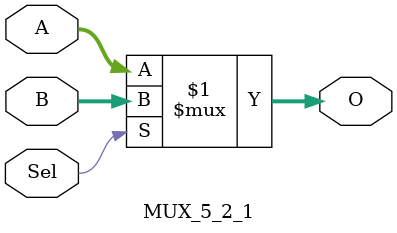
<source format=v>
`timescale 1ns / 1ps
module MUX_5_2_1(A, B, Sel, O);
	input		[4:0]	A;
	input		[4:0]	B;
	input				Sel;
	output	[4:0] O;

	assign O = Sel ? B : A;


endmodule

</source>
